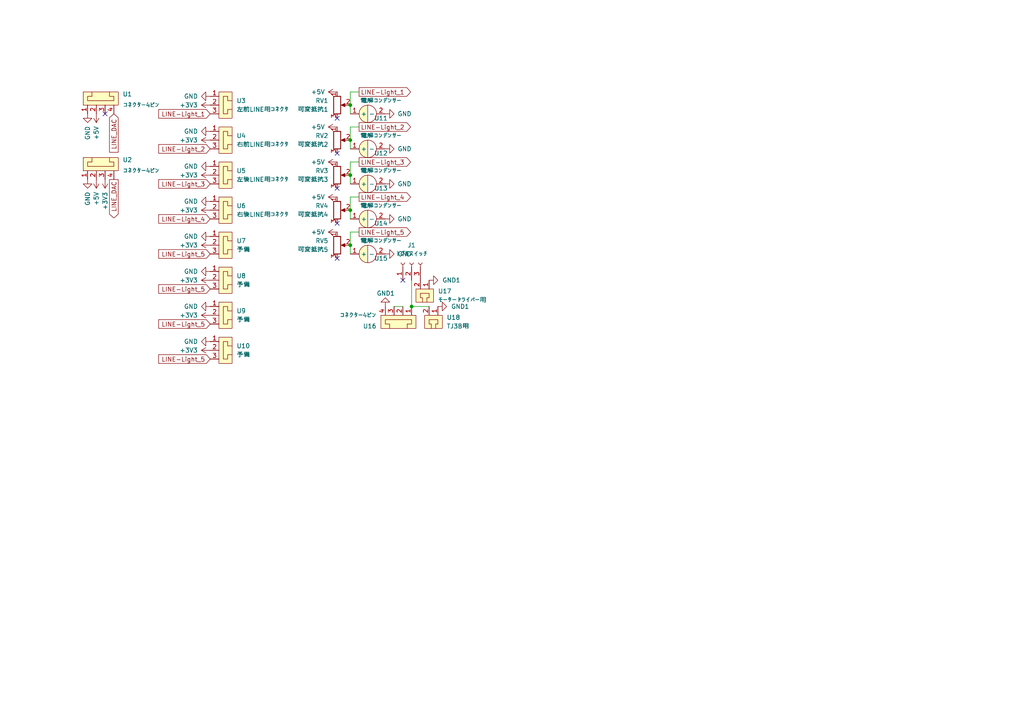
<source format=kicad_sch>
(kicad_sch (version 20211123) (generator eeschema)
  (paper "A4")
  (lib_symbols
    (symbol "Connector:Conn_01x03_Female" (pin_names (offset 1.016) hide)
      (property "Reference" "J" (at 0 5.08 0))
      (property "Value" "Conn_01x03_Female" (at 0 -5.08 0))
      (symbol "Conn_01x03_Female_1_1"
        (arc (start 0 -2.032) (mid -0.508 -2.54) (end 0 -3.048) (stroke (width 0.1524)))
        (polyline (pts (xy -1.27 -2.54) (xy -0.508 -2.54)) (stroke (width 0.1524)))
        (polyline (pts (xy -1.27 0) (xy -0.508 0)) (stroke (width 0.1524)))
        (polyline (pts (xy -1.27 2.54) (xy -0.508 2.54)) (stroke (width 0.1524)))
        (arc (start 0 0.508) (mid -0.508 0) (end 0 -0.508) (stroke (width 0.1524)))
        (arc (start 0 3.048) (mid -0.508 2.54) (end 0 2.032) (stroke (width 0.1524)))
        (pin passive line (at -5.08 2.54 0) (length 3.81) (name "Pin_1") (number "1"))
        (pin passive line (at -5.08 0 0) (length 3.81) (name "Pin_2") (number "2"))
        (pin passive line (at -5.08 -2.54 0) (length 3.81) (name "Pin_3") (number "3"))
      )
    )
    (symbol "Device:R_Potentiometer" (pin_names (offset 1.016) hide)
      (property "Reference" "RV" (at -4.445 0 90))
      (property "Value" "R_Potentiometer" (at -2.54 0 90))
      (symbol "R_Potentiometer_0_1"
        (polyline (pts (xy 2.54 0) (xy 1.524 0)))
        (polyline (pts (xy 1.143 0) (xy 2.286 0.508) (xy 2.286 -0.508) (xy 1.143 0)) (fill (type outline)))
        (rectangle (start 1.016 2.54) (end -1.016 -2.54) (stroke (width 0.254)))
      )
      (symbol "R_Potentiometer_1_1"
        (pin passive line (at 0 3.81 270) (length 1.27) (name "1") (number "1"))
        (pin passive line (at 3.81 0 180) (length 1.27) (name "2") (number "2"))
        (pin passive line (at 0 -3.81 90) (length 1.27) (name "3") (number "3"))
      )
    )
    (symbol "power:+3V3" (power) (pin_names (offset 0))
      (property "Value" "+3V3" (at 0 3.556 0))
      (symbol "+3V3_0_1"
        (polyline (pts (xy -0.762 1.27) (xy 0 2.54)))
        (polyline (pts (xy 0 0) (xy 0 2.54)))
        (polyline (pts (xy 0 2.54) (xy 0.762 1.27)))
      )
      (symbol "+3V3_1_1"
        (pin power_in line (at 0 0 90) (length 0) hide (name "+3V3") (number "1"))
      )
    )
    (symbol "power:+5V" (power) (pin_names (offset 0))
      (property "Value" "+5V" (at 0 3.556 0))
      (symbol "+5V_0_1"
        (polyline (pts (xy -0.762 1.27) (xy 0 2.54)))
        (polyline (pts (xy 0 0) (xy 0 2.54)))
        (polyline (pts (xy 0 2.54) (xy 0.762 1.27)))
      )
      (symbol "+5V_1_1"
        (pin power_in line (at 0 0 90) (length 0) hide (name "+5V") (number "1"))
      )
    )
    (symbol "power:GND" (power) (pin_names (offset 0))
      (property "Value" "GND" (at 0 -3.81 0))
      (symbol "GND_0_1"
        (polyline (pts (xy 0 0) (xy 0 -1.27) (xy 1.27 -1.27) (xy 0 -2.54) (xy -1.27 -1.27) (xy 0 -1.27)))
      )
      (symbol "GND_1_1"
        (pin power_in line (at 0 0 270) (length 0) hide (name "GND") (number "1"))
      )
    )
    (symbol "power:GND1" (power) (pin_names (offset 0))
      (property "Value" "GND1" (at 0 -3.81 0))
      (symbol "GND1_0_1"
        (polyline (pts (xy 0 0) (xy 0 -1.27) (xy 1.27 -1.27) (xy 0 -2.54) (xy -1.27 -1.27) (xy 0 -1.27)))
      )
      (symbol "GND1_1_1"
        (pin power_in line (at 0 0 270) (length 0) hide (name "GND1") (number "1"))
      )
    )
    (symbol "自分のシンボルエディター:コネクター2ピン"
      (property "Reference" "U" (at 6.35 0 0))
      (property "Value" "コネクター2ピン" (at 0 0 0))
      (symbol "コネクター2ピン_0_1"
        (rectangle (start -2.54 -1.27) (end 2.54 -5.08) (fill (type background)))
        (polyline (pts (xy -0.635 -2.54) (xy -1.27 -2.54)))
        (polyline (pts (xy -0.635 -2.54) (xy -0.635 -1.27)))
        (polyline (pts (xy -1.27 -2.54) (xy -1.27 -3.81) (xy 1.27 -3.81) (xy 1.27 -2.54) (xy 0.635 -2.54) (xy 0.635 -1.27)))
      )
      (symbol "コネクター2ピン_1_1"
        (pin input line (at -1.27 -7.62 90) (length 2.54) (name "") (number "1"))
        (pin input line (at 1.27 -7.62 90) (length 2.54) (name "") (number "2"))
      )
    )
    (symbol "自分のシンボルエディター:コネクター3ピン"
      (property "Reference" "U" (at 6.35 0 0))
      (property "Value" "コネクター3ピン" (at 0 0 0))
      (symbol "コネクター3ピン_0_1"
        (rectangle (start -3.81 -1.27) (end 3.81 -5.08) (fill (type background)))
        (polyline (pts (xy -1.27 -2.54) (xy -1.27 -1.27)))
        (polyline (pts (xy -1.27 -2.54) (xy -2.54 -2.54) (xy -2.54 -3.81) (xy 2.54 -3.81) (xy 2.54 -2.54) (xy 1.27 -2.54) (xy 1.27 -1.27)))
      )
      (symbol "コネクター3ピン_1_1"
        (pin input line (at -2.54 -7.62 90) (length 2.54) (name "") (number "1"))
        (pin input line (at 0 -7.62 90) (length 2.54) (name "") (number "2"))
        (pin input line (at 2.54 -7.62 90) (length 2.54) (name "") (number "3"))
      )
    )
    (symbol "自分のシンボルエディター:コネクター4ピン"
      (property "Reference" "U" (at 6.35 0 0))
      (property "Value" "コネクター4ピン" (at 0 0 0))
      (symbol "コネクター4ピン_0_1"
        (rectangle (start -5.08 -1.27) (end 5.08 -5.08) (fill (type background)))
        (polyline (pts (xy -2.54 -2.54) (xy -2.54 -1.27)))
        (polyline (pts (xy -2.54 -2.54) (xy -3.81 -2.54) (xy -3.81 -3.81) (xy 3.81 -3.81) (xy 3.81 -2.54) (xy 2.54 -2.54) (xy 2.54 -1.27)))
      )
      (symbol "コネクター4ピン_1_1"
        (pin input line (at -3.81 -7.62 90) (length 2.54) (name "") (number "1"))
        (pin input line (at -1.27 -7.62 90) (length 2.54) (name "") (number "2"))
        (pin input line (at 1.27 -7.62 90) (length 2.54) (name "") (number "3"))
        (pin input line (at 3.81 -7.62 90) (length 2.54) (name "") (number "4"))
      )
    )
    (symbol "自分のシンボルエディター:電解コンデンサー"
      (property "Reference" "U" (at 7.62 0 0))
      (property "Value" "電解コンデンサー" (at 0 0 0))
      (symbol "電解コンデンサー_0_1"
        (arc (start -2.54 -3.81) (mid -1.7961 -5.6061) (end 0 -6.35) (fill (type background)))
        (arc (start -0.0002 -6.3498) (mid 1.7959 -5.6059) (end 2.5398 -3.8098))
        (arc (start 0 -1.27) (mid -1.7961 -2.0139) (end -2.54 -3.81) (fill (type background)))
        (polyline (pts (xy 0 -1.27) (xy 0 -6.35)))
        (arc (start 2.5398 -3.8102) (mid 1.7959 -2.0141) (end -0.0002 -1.2702))
      )
      (symbol "電解コンデンサー_1_1"
        (pin input line (at -5.08 -3.81 0) (length 2.54) (name "+") (number "1"))
        (pin input line (at 5.08 -3.81 180) (length 2.54) (name "-") (number "2"))
      )
    )
  )
  (junction (at 101.6 60.96))
  (junction (at 101.6 30.48))
  (junction (at 119.38 88.9))
  (junction (at 101.6 71.12))
  (junction (at 101.6 40.64))
  (junction (at 101.6 50.8))
  (no_connect (at 97.79 54.61))
  (no_connect (at 97.79 34.29))
  (no_connect (at 30.48 33.02))
  (no_connect (at 97.79 64.77))
  (no_connect (at 116.84 81.28))
  (no_connect (at 97.79 74.93))
  (no_connect (at 97.79 44.45))
  (wire (pts (xy 101.6 67.31) (xy 104.14 67.31)))
  (wire (pts (xy 101.6 60.96) (xy 101.6 63.5)))
  (wire (pts (xy 114.3 88.9) (xy 116.84 88.9)))
  (wire (pts (xy 101.6 60.96) (xy 101.6 57.15)))
  (wire (pts (xy 101.6 50.8) (xy 101.6 46.99)))
  (wire (pts (xy 119.38 81.28) (xy 119.38 88.9)))
  (wire (pts (xy 101.6 40.64) (xy 101.6 36.83)))
  (wire (pts (xy 101.6 71.12) (xy 101.6 73.66)))
  (wire (pts (xy 101.6 46.99) (xy 104.14 46.99)))
  (wire (pts (xy 101.6 26.67) (xy 104.14 26.67)))
  (wire (pts (xy 101.6 30.48) (xy 101.6 26.67)))
  (wire (pts (xy 101.6 57.15) (xy 104.14 57.15)))
  (wire (pts (xy 101.6 50.8) (xy 101.6 53.34)))
  (wire (pts (xy 101.6 30.48) (xy 101.6 33.02)))
  (wire (pts (xy 101.6 71.12) (xy 101.6 67.31)))
  (wire (pts (xy 119.38 88.9) (xy 124.46 88.9)))
  (wire (pts (xy 101.6 40.64) (xy 101.6 43.18)))
  (wire (pts (xy 101.6 36.83) (xy 104.14 36.83)))
  (global_label "LINE-Light_1" (shape output) (at 104.14 26.67 0) (property "Intersheet References" "${INTERSHEET_REFS}" (effects hide)))
  (global_label "LINE_DAC" (shape output) (at 33.02 52.07 270) (property "Intersheet References" "${INTERSHEET_REFS}" (effects hide)))
  (global_label "LINE-Light_5" (shape input) (at 60.96 93.98 180) (property "Intersheet References" "${INTERSHEET_REFS}" (effects hide)))
  (global_label "LINE-Light_2" (shape input) (at 60.96 43.18 180) (property "Intersheet References" "${INTERSHEET_REFS}" (effects hide)))
  (global_label "LINE-Light_3" (shape input) (at 60.96 53.34 180) (property "Intersheet References" "${INTERSHEET_REFS}" (effects hide)))
  (global_label "LINE-Light_4" (shape input) (at 60.96 63.5 180) (property "Intersheet References" "${INTERSHEET_REFS}" (effects hide)))
  (global_label "LINE-Light_5" (shape output) (at 104.14 67.31 0) (property "Intersheet References" "${INTERSHEET_REFS}" (effects hide)))
  (global_label "LINE-Light_5" (shape input) (at 60.96 73.66 180) (property "Intersheet References" "${INTERSHEET_REFS}" (effects hide)))
  (global_label "LINE_DAC" (shape input) (at 33.02 33.02 270) (property "Intersheet References" "${INTERSHEET_REFS}" (effects hide)))
  (global_label "LINE-Light_1" (shape input) (at 60.96 33.02 180) (property "Intersheet References" "${INTERSHEET_REFS}" (effects hide)))
  (global_label "LINE-Light_2" (shape output) (at 104.14 36.83 0) (property "Intersheet References" "${INTERSHEET_REFS}" (effects hide)))
  (global_label "LINE-Light_3" (shape output) (at 104.14 46.99 0) (property "Intersheet References" "${INTERSHEET_REFS}" (effects hide)))
  (global_label "LINE-Light_4" (shape output) (at 104.14 57.15 0) (property "Intersheet References" "${INTERSHEET_REFS}" (effects hide)))
  (global_label "LINE-Light_5" (shape input) (at 60.96 104.14 180) (property "Intersheet References" "${INTERSHEET_REFS}" (effects hide)))
  (global_label "LINE-Light_5" (shape input) (at 60.96 83.82 180) (property "Intersheet References" "${INTERSHEET_REFS}" (effects hide)))
  (symbol (lib_id "power:GND") (at 111.76 43.18 90) (unit 1)
    (property "Reference" "#PWR0129" (effects hide))
    (property "Value" "GND" (at 119.38 43.18 90) (effects (justify left)))
  )
  (symbol (lib_id "自分のシンボルエディター:電解コンデンサー") (at 106.68 49.53 0) (unit 1)
    (property "Reference" "U13" (at 110.49 54.61 0))
    (property "Value" "電解コンデンサー" (at 110.49 49.53 0))
    (property "Footprint" "自分のフットプリント:電解コンデンサー" (effects hide))
  )
  (symbol (lib_id "power:GND") (at 60.96 58.42 270) (unit 1)
    (property "Reference" "#PWR0113" (effects hide))
    (property "Value" "GND" (at 53.34 58.42 90) (effects (justify left)))
  )
  (symbol (lib_id "Device:R_Potentiometer") (at 97.79 60.96 0) (unit 1)
    (property "Reference" "RV4" (at 95.25 59.6899 0) (effects (justify right)))
    (property "Value" "可変抵抗4" (at 95.25 62.2299 0) (effects (justify right)))
    (property "Footprint" "R_Potentiometer:Potentiometer" (effects hide))
  )
  (symbol (lib_id "自分のシンボルエディター:コネクター3ピン") (at 68.58 71.12 270) (unit 1)
    (property "Reference" "U7" (at 68.58 69.8499 90) (effects (justify left)))
    (property "Value" "予備" (at 68.58 72.3899 90) (effects (justify left)))
    (property "Footprint" "自分のフットプリント:コネクター3ピン" (effects hide))
  )
  (symbol (lib_id "power:GND1") (at 111.76 88.9 180) (unit 1)
    (property "Reference" "#PWR0124" (effects hide))
    (property "Value" "GND1" (at 109.22 85.09 0) (effects (justify right)))
  )
  (symbol (lib_id "power:+5V") (at 97.79 46.99 90) (unit 1)
    (property "Reference" "#PWR0131" (effects hide))
    (property "Value" "+5V" (at 90.17 46.99 90) (effects (justify right)))
  )
  (symbol (lib_id "power:GND") (at 60.96 38.1 270) (unit 1)
    (property "Reference" "#PWR0116" (effects hide))
    (property "Value" "GND" (at 53.34 38.1 90) (effects (justify left)))
  )
  (symbol (lib_id "power:+3V3") (at 60.96 101.6 90) (unit 1)
    (property "Reference" "#PWR0103" (effects hide))
    (property "Value" "+3V3" (at 52.07 101.6 90) (effects (justify right)))
  )
  (symbol (lib_id "power:+5V") (at 97.79 26.67 90) (unit 1)
    (property "Reference" "#PWR0128" (effects hide))
    (property "Value" "+5V" (at 90.17 26.67 90) (effects (justify right)))
  )
  (symbol (lib_id "power:+3V3") (at 60.96 71.12 90) (unit 1)
    (property "Reference" "#PWR0111" (effects hide))
    (property "Value" "+3V3" (at 52.07 71.12 90) (effects (justify right)))
  )
  (symbol (lib_id "power:GND") (at 60.96 27.94 270) (unit 1)
    (property "Reference" "#PWR0106" (effects hide))
    (property "Value" "GND" (at 53.34 27.94 90) (effects (justify left)))
  )
  (symbol (lib_id "power:GND") (at 25.4 33.02 0) (unit 1)
    (property "Reference" "#PWR0102" (effects hide))
    (property "Value" "GND" (at 25.4 40.64 90) (effects (justify left)))
  )
  (symbol (lib_id "power:GND") (at 111.76 33.02 90) (unit 1)
    (property "Reference" "#PWR0130" (effects hide))
    (property "Value" "GND" (at 119.38 33.02 90) (effects (justify left)))
  )
  (symbol (lib_id "自分のシンボルエディター:コネクター4ピン") (at 29.21 44.45 0) (unit 1)
    (property "Reference" "U2" (at 35.56 46.3549 0) (effects (justify left)))
    (property "Value" "コネクター4ピン" (at 35.56 49.53 0) (effects (justify left)))
    (property "Footprint" "自分のフットプリント:コネクター4ピン" (effects hide))
  )
  (symbol (lib_id "自分のシンボルエディター:コネクター3ピン") (at 68.58 101.6 270) (unit 1)
    (property "Reference" "U10" (at 68.58 100.3299 90) (effects (justify left)))
    (property "Value" "予備" (at 68.58 102.8699 90) (effects (justify left)))
    (property "Footprint" "自分のフットプリント:コネクター3ピン" (effects hide))
  )
  (symbol (lib_id "自分のシンボルエディター:電解コンデンサー") (at 106.68 69.85 0) (unit 1)
    (property "Reference" "U15" (at 110.49 74.93 0))
    (property "Value" "電解コンデンサー" (at 110.49 69.85 0))
    (property "Footprint" "自分のフットプリント:電解コンデンサー" (effects hide))
  )
  (symbol (lib_id "power:GND") (at 25.4 52.07 0) (unit 1)
    (property "Reference" "#PWR0121" (effects hide))
    (property "Value" "GND" (at 25.4 59.69 90) (effects (justify left)))
  )
  (symbol (lib_id "Device:R_Potentiometer") (at 97.79 40.64 0) (unit 1)
    (property "Reference" "RV2" (at 95.25 39.3699 0) (effects (justify right)))
    (property "Value" "可変抵抗2" (at 95.25 41.9099 0) (effects (justify right)))
    (property "Footprint" "R_Potentiometer:Potentiometer" (effects hide))
  )
  (symbol (lib_id "自分のシンボルエディター:コネクター4ピン") (at 115.57 96.52 180) (unit 1)
    (property "Reference" "U16" (at 109.22 94.6151 0) (effects (justify left)))
    (property "Value" "コネクター4ピン" (at 109.22 91.44 0) (effects (justify left)))
    (property "Footprint" "自分のフットプリント:コネクター4ピン" (effects hide))
  )
  (symbol (lib_id "power:+3V3") (at 30.48 52.07 180) (unit 1)
    (property "Reference" "#PWR0119" (effects hide))
    (property "Value" "+3V3" (at 30.48 60.96 90) (effects (justify right)))
  )
  (symbol (lib_id "power:+3V3") (at 60.96 40.64 90) (unit 1)
    (property "Reference" "#PWR0118" (effects hide))
    (property "Value" "+3V3" (at 52.07 40.64 90) (effects (justify right)))
  )
  (symbol (lib_id "power:+5V") (at 97.79 67.31 90) (unit 1)
    (property "Reference" "#PWR0133" (effects hide))
    (property "Value" "+5V" (at 90.17 67.31 90) (effects (justify right)))
  )
  (symbol (lib_id "自分のシンボルエディター:コネクター3ピン") (at 68.58 91.44 270) (unit 1)
    (property "Reference" "U9" (at 68.58 90.1699 90) (effects (justify left)))
    (property "Value" "予備" (at 68.58 92.7099 90) (effects (justify left)))
    (property "Footprint" "自分のフットプリント:コネクター3ピン" (effects hide))
  )
  (symbol (lib_id "power:+3V3") (at 60.96 30.48 90) (unit 1)
    (property "Reference" "#PWR0117" (effects hide))
    (property "Value" "+3V3" (at 52.07 30.48 90) (effects (justify right)))
  )
  (symbol (lib_id "power:+5V") (at 97.79 36.83 90) (unit 1)
    (property "Reference" "#PWR0127" (effects hide))
    (property "Value" "+5V" (at 90.17 36.83 90) (effects (justify right)))
  )
  (symbol (lib_id "Device:R_Potentiometer") (at 97.79 30.48 0) (unit 1)
    (property "Reference" "RV1" (at 95.25 29.2099 0) (effects (justify right)))
    (property "Value" "可変抵抗1" (at 95.25 31.7499 0) (effects (justify right)))
    (property "Footprint" "R_Potentiometer:Potentiometer" (effects hide))
  )
  (symbol (lib_id "自分のシンボルエディター:コネクター3ピン") (at 68.58 81.28 270) (unit 1)
    (property "Reference" "U8" (at 68.58 80.0099 90) (effects (justify left)))
    (property "Value" "予備" (at 68.58 82.5499 90) (effects (justify left)))
    (property "Footprint" "自分のフットプリント:コネクター3ピン" (effects hide))
  )
  (symbol (lib_id "power:+5V") (at 97.79 57.15 90) (unit 1)
    (property "Reference" "#PWR0132" (effects hide))
    (property "Value" "+5V" (at 90.17 57.15 90) (effects (justify right)))
  )
  (symbol (lib_id "自分のシンボルエディター:電解コンデンサー") (at 106.68 39.37 0) (unit 1)
    (property "Reference" "U12" (at 110.49 44.45 0))
    (property "Value" "電解コンデンサー" (at 110.49 39.37 0))
    (property "Footprint" "自分のフットプリント:電解コンデンサー" (effects hide))
  )
  (symbol (lib_id "power:+3V3") (at 60.96 50.8 90) (unit 1)
    (property "Reference" "#PWR0115" (effects hide))
    (property "Value" "+3V3" (at 52.07 50.8 90) (effects (justify right)))
  )
  (symbol (lib_id "power:+3V3") (at 60.96 60.96 90) (unit 1)
    (property "Reference" "#PWR0114" (effects hide))
    (property "Value" "+3V3" (at 52.07 60.96 90) (effects (justify right)))
  )
  (symbol (lib_id "自分のシンボルエディター:電解コンデンサー") (at 106.68 29.21 0) (unit 1)
    (property "Reference" "U11" (at 110.49 34.29 0))
    (property "Value" "電解コンデンサー" (at 110.49 29.21 0))
    (property "Footprint" "自分のフットプリント:電解コンデンサー" (effects hide))
  )
  (symbol (lib_id "自分のシンボルエディター:コネクター3ピン") (at 68.58 40.64 270) (unit 1)
    (property "Reference" "U4" (at 68.58 39.3699 90) (effects (justify left)))
    (property "Value" "右前LINE用コネクタ" (at 68.58 41.9099 90) (effects (justify left)))
    (property "Footprint" "自分のフットプリント:L字コネクター3ピン" (effects hide))
  )
  (symbol (lib_id "自分のシンボルエディター:コネクター3ピン") (at 68.58 30.48 270) (unit 1)
    (property "Reference" "U3" (at 68.58 29.2099 90) (effects (justify left)))
    (property "Value" "左前LINE用コネクタ" (at 68.58 31.7499 90) (effects (justify left)))
    (property "Footprint" "自分のフットプリント:L字コネクター3ピン" (effects hide))
  )
  (symbol (lib_id "power:GND") (at 111.76 53.34 90) (unit 1)
    (property "Reference" "#PWR0134" (effects hide))
    (property "Value" "GND" (at 119.38 53.34 90) (effects (justify left)))
  )
  (symbol (lib_id "power:GND") (at 60.96 68.58 270) (unit 1)
    (property "Reference" "#PWR0112" (effects hide))
    (property "Value" "GND" (at 53.34 68.58 90) (effects (justify left)))
  )
  (symbol (lib_id "自分のシンボルエディター:コネクター3ピン") (at 68.58 50.8 270) (unit 1)
    (property "Reference" "U5" (at 68.58 49.5299 90) (effects (justify left)))
    (property "Value" "左後LINE用コネクタ" (at 68.58 52.0699 90) (effects (justify left)))
    (property "Footprint" "自分のフットプリント:L字コネクター3ピン" (effects hide))
  )
  (symbol (lib_id "power:+5V") (at 27.94 52.07 180) (unit 1)
    (property "Reference" "#PWR0120" (effects hide))
    (property "Value" "+5V" (at 27.94 59.69 90) (effects (justify right)))
  )
  (symbol (lib_id "power:GND1") (at 127 88.9 90) (unit 1)
    (property "Reference" "#PWR0122" (effects hide))
    (property "Value" "GND1" (at 130.81 88.8999 90) (effects (justify right)))
  )
  (symbol (lib_id "power:GND") (at 111.76 63.5 90) (unit 1)
    (property "Reference" "#PWR0135" (effects hide))
    (property "Value" "GND" (at 119.38 63.5 90) (effects (justify left)))
  )
  (symbol (lib_id "自分のシンボルエディター:コネクター2ピン") (at 125.73 96.52 180) (unit 1)
    (property "Reference" "U18" (at 129.54 92.0749 0) (effects (justify right)))
    (property "Value" "TJ3B用" (at 129.54 94.6149 0) (effects (justify right)))
    (property "Footprint" "自分のフットプリント:コネクター2ピン" (effects hide))
  )
  (symbol (lib_id "自分のシンボルエディター:電解コンデンサー") (at 106.68 59.69 0) (unit 1)
    (property "Reference" "U14" (at 110.49 64.77 0))
    (property "Value" "電解コンデンサー" (at 110.49 59.69 0))
    (property "Footprint" "自分のフットプリント:電解コンデンサー" (effects hide))
  )
  (symbol (lib_id "Connector:Conn_01x03_Female") (at 119.38 76.2 90) (unit 1)
    (property "Reference" "J1" (at 119.38 71.12 90))
    (property "Value" "トグルスイッチ" (at 119.38 73.66 90))
    (property "Footprint" "自分のフットプリント:基板用大きなトグルスイッチ" (effects hide))
  )
  (symbol (lib_id "自分のシンボルエディター:コネクター3ピン") (at 68.58 60.96 270) (unit 1)
    (property "Reference" "U6" (at 68.58 59.6899 90) (effects (justify left)))
    (property "Value" "右後LINE用コネクタ" (at 68.58 62.2299 90) (effects (justify left)))
    (property "Footprint" "自分のフットプリント:L字コネクター3ピン" (effects hide))
  )
  (symbol (lib_id "power:GND") (at 60.96 99.06 270) (unit 1)
    (property "Reference" "#PWR0104" (effects hide))
    (property "Value" "GND" (at 53.34 99.06 90) (effects (justify left)))
  )
  (symbol (lib_id "power:GND") (at 60.96 48.26 270) (unit 1)
    (property "Reference" "#PWR0105" (effects hide))
    (property "Value" "GND" (at 53.34 48.26 90) (effects (justify left)))
  )
  (symbol (lib_id "Device:R_Potentiometer") (at 97.79 50.8 0) (unit 1)
    (property "Reference" "RV3" (at 95.25 49.5299 0) (effects (justify right)))
    (property "Value" "可変抵抗3" (at 95.25 52.0699 0) (effects (justify right)))
    (property "Footprint" "R_Potentiometer:Potentiometer" (effects hide))
  )
  (symbol (lib_id "Device:R_Potentiometer") (at 97.79 71.12 0) (unit 1)
    (property "Reference" "RV5" (at 95.25 69.8499 0) (effects (justify right)))
    (property "Value" "可変抵抗5" (at 95.25 72.3899 0) (effects (justify right)))
    (property "Footprint" "R_Potentiometer:Potentiometer" (effects hide))
  )
  (symbol (lib_id "power:GND") (at 60.96 78.74 270) (unit 1)
    (property "Reference" "#PWR0107" (effects hide))
    (property "Value" "GND" (at 53.34 78.74 90) (effects (justify left)))
  )
  (symbol (lib_id "power:GND1") (at 124.46 81.28 90) (unit 1)
    (property "Reference" "#PWR0123" (effects hide))
    (property "Value" "GND1" (at 128.27 81.2799 90) (effects (justify right)))
  )
  (symbol (lib_id "power:GND") (at 111.76 73.66 90) (unit 1)
    (property "Reference" "#PWR0136" (effects hide))
    (property "Value" "GND" (at 119.38 73.66 90) (effects (justify left)))
  )
  (symbol (lib_id "自分のシンボルエディター:コネクター4ピン") (at 29.21 25.4 0) (unit 1)
    (property "Reference" "U1" (at 35.56 27.3049 0) (effects (justify left)))
    (property "Value" "コネクター4ピン" (at 35.56 30.48 0) (effects (justify left)))
    (property "Footprint" "自分のフットプリント:コネクター4ピン" (effects hide))
  )
  (symbol (lib_id "power:+5V") (at 27.94 33.02 180) (unit 1)
    (property "Reference" "#PWR0101" (effects hide))
    (property "Value" "+5V" (at 27.94 40.64 90) (effects (justify right)))
  )
  (symbol (lib_id "自分のシンボルエディター:コネクター2ピン") (at 123.19 88.9 180) (unit 1)
    (property "Reference" "U17" (at 127 84.4549 0) (effects (justify right)))
    (property "Value" "モータードライバー用" (at 127 86.9949 0) (effects (justify right)))
    (property "Footprint" "自分のフットプリント:コネクター2ピン" (effects hide))
  )
  (symbol (lib_id "power:+3V3") (at 60.96 81.28 90) (unit 1)
    (property "Reference" "#PWR0109" (effects hide))
    (property "Value" "+3V3" (at 52.07 81.28 90) (effects (justify right)))
  )
  (symbol (lib_id "power:+3V3") (at 60.96 91.44 90) (unit 1)
    (property "Reference" "#PWR0108" (effects hide))
    (property "Value" "+3V3" (at 52.07 91.44 90) (effects (justify right)))
  )
  (symbol (lib_id "power:GND") (at 60.96 88.9 270) (unit 1)
    (property "Reference" "#PWR0110" (effects hide))
    (property "Value" "GND" (at 53.34 88.9 90) (effects (justify left)))
  )
)
</source>
